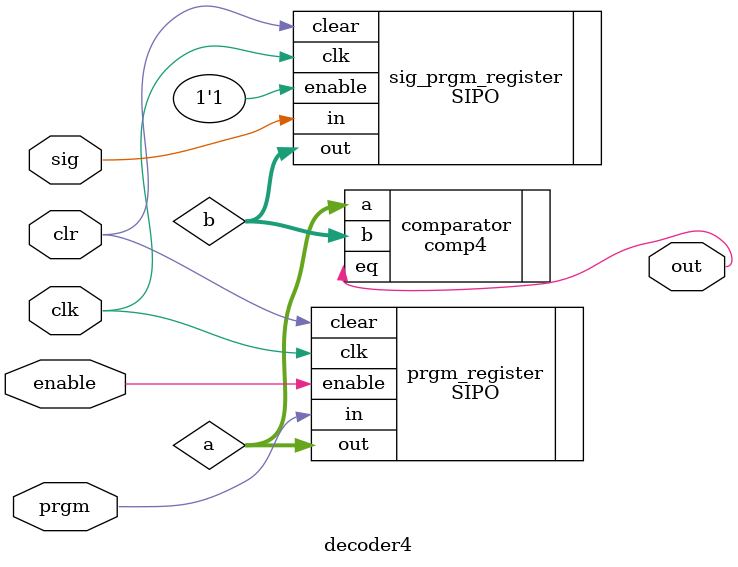
<source format=v>
`timescale 1ns/1ps

module decoder4(
    output out, 
    input clk,
    input clr,
    input enable, 
    input sig, 
    input prgm);

    // input types
    // wire clk, sig, prgm;
	
    // binary output for pattern/signal detection
    // wire out;

    // inputs to comparator
    wire [3:0] a, b;

    // instantiate submodules
    
    // PROGRAM register
    SIPO prgm_register(.clk(clk), .clear(clr), .in(prgm), .out(a), .enable(enable));

    // SIGNAL register
    SIPO sig_prgm_register(.clk(clk), .clear(clr), .in(sig), .out(b), .enable(1'b1));

    // comparator
    comp4 comparator(.eq(out), .a(a), .b(b));

endmodule

</source>
